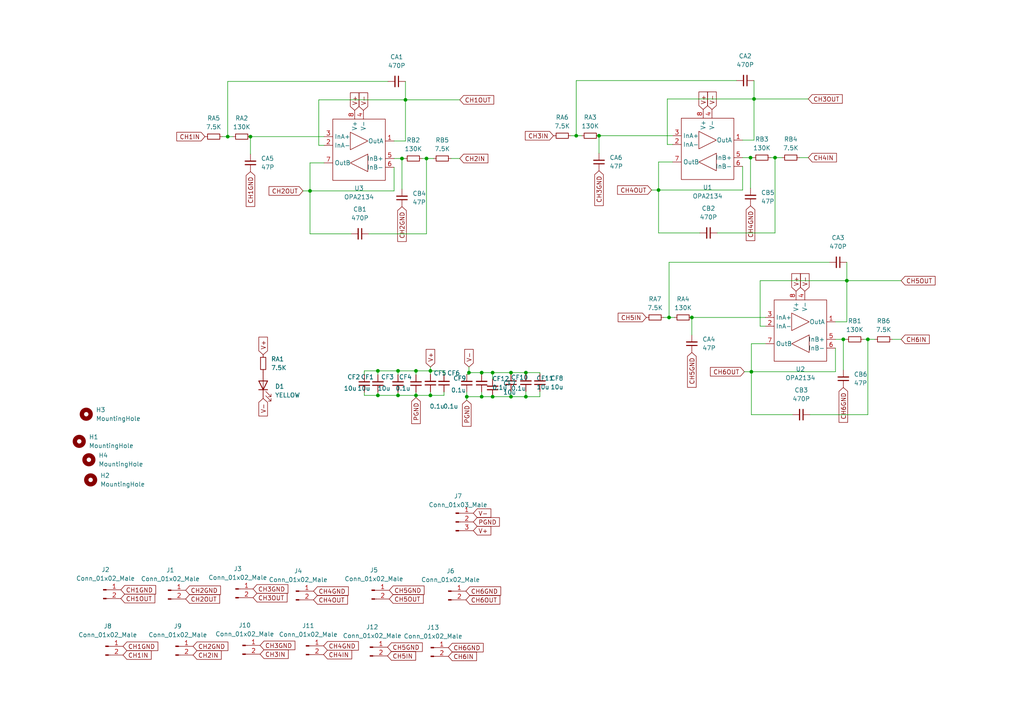
<source format=kicad_sch>
(kicad_sch (version 20230121) (generator eeschema)
  (paper "A4")
  (lib_symbols
    (symbol "Amplifier_Audio:OPA2134"
      (property "Reference" "U" (at 0 -2.54 0))
      (property "Value" "OPA2134" (at 0 0 0))
      (symbol "OPA2134_0_1"
        (rectangle (start -7.62 16.51) (end 7.62 -1.27))
        (polyline (pts (xy -2.54 12.7) (xy -2.54 7.62) (xy 2.54 10.16) (xy -2.54 12.7)))
        (polyline (pts (xy 2.54 6.35) (xy 2.54 1.27) (xy -2.54 3.81) (xy 2.54 6.35)))
      )
      (symbol "OPA2134_1_1"
        (pin output line (at 10.16 10.16 180) (length 2.54) (name "OutA") (number "1"))
        (pin input line (at -10.16 8.89 0) (length 2.54) (name "InA-") (number "2"))
        (pin input line (at -10.16 11.43 0) (length 2.54) (name "InA+") (number "3"))
        (pin input line (at 1.27 19.05 270) (length 2.54) (name "V-") (number "4"))
        (pin input line (at 10.16 5.08 180) (length 2.54) (name "InB+") (number "5"))
        (pin input line (at 10.16 2.54 180) (length 2.54) (name "InB-") (number "6"))
        (pin output line (at -10.16 3.81 0) (length 2.54) (name "OutB") (number "7"))
        (pin input line (at -1.27 19.05 270) (length 2.54) (name "V+") (number "8"))
      )
    )
    (symbol "Connector:Conn_01x02_Male" (pin_names (offset 1.016) hide)
      (property "Reference" "J" (at 0 2.54 0))
      (property "Value" "Conn_01x02_Male" (at 0 -5.08 0))
      (symbol "Conn_01x02_Male_1_1"
        (polyline (pts (xy 1.27 -2.54) (xy 0.8636 -2.54)) (stroke (width 0.1524)))
        (polyline (pts (xy 1.27 0) (xy 0.8636 0)) (stroke (width 0.1524)))
        (rectangle (start 0.8636 -2.413) (end 0 -2.667) (stroke (width 0.1524)) (fill (type outline)))
        (rectangle (start 0.8636 0.127) (end 0 -0.127) (stroke (width 0.1524)) (fill (type outline)))
        (pin passive line (at 5.08 0 180) (length 3.81) (name "Pin_1") (number "1"))
        (pin passive line (at 5.08 -2.54 180) (length 3.81) (name "Pin_2") (number "2"))
      )
    )
    (symbol "Connector:Conn_01x03_Male" (pin_names (offset 1.016) hide)
      (property "Reference" "J" (at 0 5.08 0))
      (property "Value" "Conn_01x03_Male" (at 0 -5.08 0))
      (symbol "Conn_01x03_Male_1_1"
        (polyline (pts (xy 1.27 -2.54) (xy 0.8636 -2.54)) (stroke (width 0.1524)))
        (polyline (pts (xy 1.27 0) (xy 0.8636 0)) (stroke (width 0.1524)))
        (polyline (pts (xy 1.27 2.54) (xy 0.8636 2.54)) (stroke (width 0.1524)))
        (rectangle (start 0.8636 -2.413) (end 0 -2.667) (stroke (width 0.1524)) (fill (type outline)))
        (rectangle (start 0.8636 0.127) (end 0 -0.127) (stroke (width 0.1524)) (fill (type outline)))
        (rectangle (start 0.8636 2.667) (end 0 2.413) (stroke (width 0.1524)) (fill (type outline)))
        (pin passive line (at 5.08 2.54 180) (length 3.81) (name "Pin_1") (number "1"))
        (pin passive line (at 5.08 0 180) (length 3.81) (name "Pin_2") (number "2"))
        (pin passive line (at 5.08 -2.54 180) (length 3.81) (name "Pin_3") (number "3"))
      )
    )
    (symbol "Device:C_Small" (pin_numbers hide) (pin_names (offset 0.254) hide)
      (property "Reference" "C" (at 0.254 1.778 0))
      (property "Value" "C_Small" (at 0.254 -2.032 0))
      (symbol "C_Small_0_1"
        (polyline (pts (xy -1.524 -0.508) (xy 1.524 -0.508)) (stroke (width 0.3302)))
        (polyline (pts (xy -1.524 0.508) (xy 1.524 0.508)) (stroke (width 0.3048)))
      )
      (symbol "C_Small_1_1"
        (pin passive line (at 0 2.54 270) (length 2.032) (name "~") (number "1"))
        (pin passive line (at 0 -2.54 90) (length 2.032) (name "~") (number "2"))
      )
    )
    (symbol "Device:LED" (pin_numbers hide) (pin_names (offset 1.016) hide)
      (property "Reference" "D" (at 0 2.54 0))
      (property "Value" "LED" (at 0 -2.54 0))
      (symbol "LED_0_1"
        (polyline (pts (xy -1.27 -1.27) (xy -1.27 1.27)) (stroke (width 0.254)))
        (polyline (pts (xy -1.27 0) (xy 1.27 0)))
        (polyline (pts (xy 1.27 -1.27) (xy 1.27 1.27) (xy -1.27 0) (xy 1.27 -1.27)) (stroke (width 0.254)))
        (polyline (pts (xy -3.048 -0.762) (xy -4.572 -2.286) (xy -3.81 -2.286) (xy -4.572 -2.286) (xy -4.572 -1.524)))
        (polyline (pts (xy -1.778 -0.762) (xy -3.302 -2.286) (xy -2.54 -2.286) (xy -3.302 -2.286) (xy -3.302 -1.524)))
      )
      (symbol "LED_1_1"
        (pin passive line (at -3.81 0 0) (length 2.54) (name "K") (number "1"))
        (pin passive line (at 3.81 0 180) (length 2.54) (name "A") (number "2"))
      )
    )
    (symbol "Device:R_Small" (pin_numbers hide) (pin_names (offset 0.254) hide)
      (property "Reference" "R" (at 0.762 0.508 0))
      (property "Value" "R_Small" (at 0.762 -1.016 0))
      (symbol "R_Small_0_1"
        (rectangle (start -0.762 1.778) (end 0.762 -1.778) (stroke (width 0.2032)))
      )
      (symbol "R_Small_1_1"
        (pin passive line (at 0 2.54 270) (length 0.762) (name "~") (number "1"))
        (pin passive line (at 0 -2.54 90) (length 0.762) (name "~") (number "2"))
      )
    )
    (symbol "Mechanical:MountingHole" (pin_names (offset 1.016))
      (property "Reference" "H" (at 0 5.08 0))
      (property "Value" "MountingHole" (at 0 3.175 0))
      (symbol "MountingHole_0_1"
        (circle (center 0 0) (radius 1.27) (stroke (width 1.27)))
      )
    )
  )
  (junction (at 139.7 115.062))
  (junction (at 124.841 114.681))
  (junction (at 224.79 45.72))
  (junction (at 72.644 39.624))
  (junction (at 152.527 108.077))
  (junction (at 66.04 39.624))
  (junction (at 194.056 92.075))
  (junction (at 217.932 107.823))
  (junction (at 123.698 45.974))
  (junction (at 217.678 45.72))
  (junction (at 115.443 107.569))
  (junction (at 200.66 92.075))
  (junction (at 245.618 81.407))
  (junction (at 89.916 55.372))
  (junction (at 148.209 108.077))
  (junction (at 109.601 107.569))
  (junction (at 109.601 114.681))
  (junction (at 142.875 115.062))
  (junction (at 173.736 39.37))
  (junction (at 135.382 115.062))
  (junction (at 244.602 98.425))
  (junction (at 136.017 108.077))
  (junction (at 152.527 115.062))
  (junction (at 191.008 55.118))
  (junction (at 124.841 107.569))
  (junction (at 139.7 108.077))
  (junction (at 120.65 107.569))
  (junction (at 116.586 45.974))
  (junction (at 167.132 39.37))
  (junction (at 115.443 114.681))
  (junction (at 142.875 108.077))
  (junction (at 251.714 98.425))
  (junction (at 117.602 28.956))
  (junction (at 120.65 114.681))
  (junction (at 148.209 115.062))
  (junction (at 218.694 28.702))
  (wire (pts (xy 245.618 81.407) (xy 245.618 93.345)))
  (wire (pts (xy 191.008 46.99) (xy 195.072 46.99)))
  (wire (pts (xy 242.316 93.345) (xy 245.618 93.345)))
  (wire (pts (xy 208.026 67.564) (xy 224.79 67.564)))
  (wire (pts (xy 124.841 113.665) (xy 124.841 114.681)))
  (wire (pts (xy 200.66 92.075) (xy 200.66 97.155)))
  (wire (pts (xy 152.527 108.077) (xy 148.209 108.077)))
  (wire (pts (xy 124.841 107.569) (xy 124.841 108.585)))
  (wire (pts (xy 156.591 115.062) (xy 152.527 115.062)))
  (wire (pts (xy 224.79 45.72) (xy 224.79 67.564)))
  (wire (pts (xy 173.736 39.37) (xy 195.072 39.37)))
  (wire (pts (xy 156.591 113.538) (xy 156.591 115.062)))
  (wire (pts (xy 200.66 92.075) (xy 221.996 92.075)))
  (wire (pts (xy 165.608 39.37) (xy 167.132 39.37)))
  (wire (pts (xy 115.443 114.681) (xy 120.65 114.681)))
  (wire (pts (xy 116.586 54.864) (xy 116.586 45.974)))
  (wire (pts (xy 105.664 113.792) (xy 105.664 114.681)))
  (wire (pts (xy 89.916 47.244) (xy 93.98 47.244)))
  (wire (pts (xy 92.456 42.164) (xy 92.456 28.956)))
  (wire (pts (xy 215.392 48.26) (xy 215.392 55.118)))
  (wire (pts (xy 89.916 55.372) (xy 114.3 55.372)))
  (wire (pts (xy 215.392 40.64) (xy 218.694 40.64)))
  (wire (pts (xy 130.81 45.974) (xy 133.35 45.974)))
  (wire (pts (xy 115.443 108.712) (xy 115.443 107.569)))
  (wire (pts (xy 191.008 55.118) (xy 191.008 46.99)))
  (wire (pts (xy 123.698 45.974) (xy 123.698 67.818)))
  (wire (pts (xy 220.472 94.615) (xy 220.472 81.407)))
  (wire (pts (xy 128.778 108.585) (xy 128.778 107.569)))
  (wire (pts (xy 251.714 98.425) (xy 253.746 98.425)))
  (wire (pts (xy 244.602 98.425) (xy 245.364 98.425)))
  (wire (pts (xy 72.644 39.624) (xy 93.98 39.624)))
  (wire (pts (xy 152.527 115.062) (xy 148.209 115.062)))
  (wire (pts (xy 244.602 107.315) (xy 244.602 98.425)))
  (wire (pts (xy 142.875 108.077) (xy 139.7 108.077)))
  (wire (pts (xy 217.932 99.695) (xy 221.996 99.695)))
  (wire (pts (xy 229.87 120.269) (xy 217.932 120.269)))
  (wire (pts (xy 66.04 39.624) (xy 67.564 39.624)))
  (wire (pts (xy 114.3 48.514) (xy 114.3 55.372)))
  (wire (pts (xy 148.209 108.077) (xy 142.875 108.077)))
  (wire (pts (xy 109.601 107.569) (xy 115.443 107.569)))
  (wire (pts (xy 188.976 55.118) (xy 191.008 55.118)))
  (wire (pts (xy 231.902 45.72) (xy 234.442 45.72)))
  (wire (pts (xy 245.618 76.073) (xy 245.618 81.407)))
  (wire (pts (xy 124.841 107.569) (xy 120.65 107.569)))
  (wire (pts (xy 120.65 107.569) (xy 120.65 108.712)))
  (wire (pts (xy 109.601 114.681) (xy 115.443 114.681)))
  (wire (pts (xy 136.017 106.426) (xy 136.017 108.077)))
  (wire (pts (xy 87.884 55.372) (xy 89.916 55.372)))
  (wire (pts (xy 122.428 45.974) (xy 123.698 45.974)))
  (wire (pts (xy 234.95 120.269) (xy 251.714 120.269)))
  (wire (pts (xy 139.7 108.585) (xy 139.7 108.077)))
  (wire (pts (xy 114.3 45.974) (xy 116.586 45.974)))
  (wire (pts (xy 202.946 67.564) (xy 191.008 67.564)))
  (wire (pts (xy 109.601 113.792) (xy 109.601 114.681)))
  (wire (pts (xy 139.7 108.077) (xy 136.017 108.077)))
  (wire (pts (xy 101.854 67.818) (xy 89.916 67.818)))
  (wire (pts (xy 133.35 28.956) (xy 117.602 28.956)))
  (wire (pts (xy 109.601 108.712) (xy 109.601 107.569)))
  (wire (pts (xy 234.442 28.702) (xy 218.694 28.702)))
  (wire (pts (xy 242.316 100.965) (xy 242.316 107.823)))
  (wire (pts (xy 156.591 108.077) (xy 152.527 108.077)))
  (wire (pts (xy 217.932 107.823) (xy 242.316 107.823)))
  (wire (pts (xy 223.52 45.72) (xy 224.79 45.72)))
  (wire (pts (xy 136.017 108.585) (xy 135.382 108.585)))
  (wire (pts (xy 128.778 107.569) (xy 124.841 107.569)))
  (wire (pts (xy 124.841 114.681) (xy 120.65 114.681)))
  (wire (pts (xy 261.366 81.407) (xy 245.618 81.407)))
  (wire (pts (xy 242.316 98.425) (xy 244.602 98.425)))
  (wire (pts (xy 193.548 41.91) (xy 193.548 28.702)))
  (wire (pts (xy 116.586 45.974) (xy 117.348 45.974)))
  (wire (pts (xy 218.694 28.702) (xy 218.694 40.64)))
  (wire (pts (xy 117.602 28.956) (xy 117.602 40.894)))
  (wire (pts (xy 139.7 115.062) (xy 135.382 115.062)))
  (wire (pts (xy 66.04 23.622) (xy 66.04 39.624)))
  (wire (pts (xy 217.932 107.823) (xy 217.932 99.695)))
  (wire (pts (xy 195.072 41.91) (xy 193.548 41.91)))
  (wire (pts (xy 215.9 107.823) (xy 217.932 107.823)))
  (wire (pts (xy 194.056 92.075) (xy 195.58 92.075)))
  (wire (pts (xy 105.664 108.712) (xy 105.664 107.569)))
  (wire (pts (xy 123.698 45.974) (xy 125.73 45.974)))
  (wire (pts (xy 139.7 113.665) (xy 139.7 115.062)))
  (wire (pts (xy 167.132 23.368) (xy 213.614 23.368)))
  (wire (pts (xy 191.008 55.118) (xy 215.392 55.118)))
  (wire (pts (xy 135.382 113.665) (xy 135.382 115.062)))
  (wire (pts (xy 148.209 108.458) (xy 148.209 108.077)))
  (wire (pts (xy 89.916 67.818) (xy 89.916 55.372)))
  (wire (pts (xy 218.694 23.368) (xy 218.694 28.702)))
  (wire (pts (xy 193.548 28.702) (xy 218.694 28.702)))
  (wire (pts (xy 167.132 23.368) (xy 167.132 39.37)))
  (wire (pts (xy 217.678 45.72) (xy 218.44 45.72)))
  (wire (pts (xy 128.778 114.681) (xy 124.841 114.681)))
  (wire (pts (xy 258.826 98.425) (xy 261.366 98.425)))
  (wire (pts (xy 93.98 42.164) (xy 92.456 42.164)))
  (wire (pts (xy 217.932 120.269) (xy 217.932 107.823)))
  (wire (pts (xy 105.664 107.569) (xy 109.601 107.569)))
  (wire (pts (xy 156.591 108.458) (xy 156.591 108.077)))
  (wire (pts (xy 115.443 113.792) (xy 115.443 114.681)))
  (wire (pts (xy 217.678 54.61) (xy 217.678 45.72)))
  (wire (pts (xy 250.444 98.425) (xy 251.714 98.425)))
  (wire (pts (xy 192.532 92.075) (xy 194.056 92.075)))
  (wire (pts (xy 124.841 106.426) (xy 124.841 107.569)))
  (wire (pts (xy 167.132 39.37) (xy 168.656 39.37)))
  (wire (pts (xy 152.527 108.458) (xy 152.527 108.077)))
  (wire (pts (xy 64.516 39.624) (xy 66.04 39.624)))
  (wire (pts (xy 251.714 98.425) (xy 251.714 120.269)))
  (wire (pts (xy 120.65 114.681) (xy 120.65 115.316)))
  (wire (pts (xy 148.209 113.538) (xy 148.209 115.062)))
  (wire (pts (xy 194.056 76.073) (xy 240.538 76.073)))
  (wire (pts (xy 152.527 113.538) (xy 152.527 115.062)))
  (wire (pts (xy 221.996 94.615) (xy 220.472 94.615)))
  (wire (pts (xy 92.456 28.956) (xy 117.602 28.956)))
  (wire (pts (xy 136.017 108.077) (xy 136.017 108.585)))
  (wire (pts (xy 117.602 23.622) (xy 117.602 28.956)))
  (wire (pts (xy 114.3 40.894) (xy 117.602 40.894)))
  (wire (pts (xy 89.916 55.372) (xy 89.916 47.244)))
  (wire (pts (xy 194.056 76.073) (xy 194.056 92.075)))
  (wire (pts (xy 106.934 67.818) (xy 123.698 67.818)))
  (wire (pts (xy 224.79 45.72) (xy 226.822 45.72)))
  (wire (pts (xy 128.778 113.665) (xy 128.778 114.681)))
  (wire (pts (xy 220.472 81.407) (xy 245.618 81.407)))
  (wire (pts (xy 191.008 67.564) (xy 191.008 55.118)))
  (wire (pts (xy 142.875 109.982) (xy 142.875 108.077)))
  (wire (pts (xy 66.04 23.622) (xy 112.522 23.622)))
  (wire (pts (xy 215.392 45.72) (xy 217.678 45.72)))
  (wire (pts (xy 105.664 114.681) (xy 109.601 114.681)))
  (wire (pts (xy 72.644 39.624) (xy 72.644 44.704)))
  (wire (pts (xy 148.209 115.062) (xy 142.875 115.062)))
  (wire (pts (xy 120.65 113.792) (xy 120.65 114.681)))
  (wire (pts (xy 142.875 115.062) (xy 139.7 115.062)))
  (wire (pts (xy 115.443 107.569) (xy 120.65 107.569)))
  (wire (pts (xy 135.382 115.062) (xy 135.382 116.078)))
  (wire (pts (xy 173.736 39.37) (xy 173.736 44.45)))
  (global_label "CH5IN" (shape input) (at 187.452 92.075 180) (property "Intersheetrefs" "${INTERSHEET_REFS}" (effects hide)))
  (global_label "CH3IN" (shape input) (at 160.528 39.37 180) (property "Intersheetrefs" "${INTERSHEET_REFS}" (effects hide)))
  (global_label "CH2GND" (shape input) (at 53.848 171.196 0) (property "Intersheetrefs" "${INTERSHEET_REFS}" (effects hide)))
  (global_label "CH1OUT" (shape input) (at 133.35 28.956 0) (property "Intersheetrefs" "${INTERSHEET_REFS}" (effects hide)))
  (global_label "CH1IN" (shape input) (at 35.687 189.992 0) (property "Intersheetrefs" "${INTERSHEET_REFS}" (effects hide)))
  (global_label "CH1IN" (shape input) (at 59.436 39.624 180) (property "Intersheetrefs" "${INTERSHEET_REFS}" (effects hide)))
  (global_label "CH6IN" (shape input) (at 261.366 98.425 0) (property "Intersheetrefs" "${INTERSHEET_REFS}" (effects hide)))
  (global_label "CH2IN" (shape input) (at 56.007 189.992 0) (property "Intersheetrefs" "${INTERSHEET_REFS}" (effects hide)))
  (global_label "CH2OUT" (shape input) (at 53.848 173.736 0) (property "Intersheetrefs" "${INTERSHEET_REFS}" (effects hide)))
  (global_label "CH6OUT" (shape input) (at 135.128 173.99 0) (property "Intersheetrefs" "${INTERSHEET_REFS}" (effects hide)))
  (global_label "CH4GND" (shape input) (at 93.853 187.325 0) (property "Intersheetrefs" "${INTERSHEET_REFS}" (effects hide)))
  (global_label "CH5OUT" (shape input) (at 112.903 173.736 0) (property "Intersheetrefs" "${INTERSHEET_REFS}" (effects hide)))
  (global_label "V-" (shape input) (at 105.41 32.004 90) (property "Intersheetrefs" "${INTERSHEET_REFS}" (effects hide)))
  (global_label "CH4GND" (shape input) (at 217.678 59.69 270) (property "Intersheetrefs" "${INTERSHEET_REFS}" (effects hide)))
  (global_label "CH2GND" (shape input) (at 116.586 59.944 270) (property "Intersheetrefs" "${INTERSHEET_REFS}" (effects hide)))
  (global_label "CH6GND" (shape input) (at 130.048 187.833 0) (property "Intersheetrefs" "${INTERSHEET_REFS}" (effects hide)))
  (global_label "CH3OUT" (shape input) (at 234.442 28.702 0) (property "Intersheetrefs" "${INTERSHEET_REFS}" (effects hide)))
  (global_label "CH4IN" (shape input) (at 234.442 45.72 0) (property "Intersheetrefs" "${INTERSHEET_REFS}" (effects hide)))
  (global_label "CH5IN" (shape input) (at 112.395 190.246 0) (property "Intersheetrefs" "${INTERSHEET_REFS}" (effects hide)))
  (global_label "PGND" (shape input) (at 120.65 115.316 270) (property "Intersheetrefs" "${INTERSHEET_REFS}" (effects hide)))
  (global_label "CH2GND" (shape input) (at 56.007 187.452 0) (property "Intersheetrefs" "${INTERSHEET_REFS}" (effects hide)))
  (global_label "CH5OUT" (shape input) (at 261.366 81.407 0) (property "Intersheetrefs" "${INTERSHEET_REFS}" (effects hide)))
  (global_label "V-" (shape input) (at 76.327 115.57 270) (property "Intersheetrefs" "${INTERSHEET_REFS}" (effects hide)))
  (global_label "CH3GND" (shape input) (at 75.438 187.198 0) (property "Intersheetrefs" "${INTERSHEET_REFS}" (effects hide)))
  (global_label "CH3GND" (shape input) (at 73.406 170.815 0) (property "Intersheetrefs" "${INTERSHEET_REFS}" (effects hide)))
  (global_label "CH3GND" (shape input) (at 173.736 49.53 270) (property "Intersheetrefs" "${INTERSHEET_REFS}" (effects hide)))
  (global_label "CH4OUT" (shape input) (at 188.976 55.118 180) (property "Intersheetrefs" "${INTERSHEET_REFS}" (effects hide)))
  (global_label "CH6OUT" (shape input) (at 215.9 107.823 180) (property "Intersheetrefs" "${INTERSHEET_REFS}" (effects hide)))
  (global_label "V-" (shape input) (at 136.017 106.426 90) (property "Intersheetrefs" "${INTERSHEET_REFS}" (effects hide)))
  (global_label "CH1GND" (shape input) (at 72.644 49.784 270) (property "Intersheetrefs" "${INTERSHEET_REFS}" (effects hide)))
  (global_label "CH5GND" (shape input) (at 200.66 102.235 270) (property "Intersheetrefs" "${INTERSHEET_REFS}" (effects hide)))
  (global_label "CH6GND" (shape input) (at 244.602 112.395 270) (property "Intersheetrefs" "${INTERSHEET_REFS}" (effects hide)))
  (global_label "CH2IN" (shape input) (at 133.35 45.974 0) (property "Intersheetrefs" "${INTERSHEET_REFS}" (effects hide)))
  (global_label "V+" (shape input) (at 137.287 153.924 0) (property "Intersheetrefs" "${INTERSHEET_REFS}" (effects hide)))
  (global_label "CH5GND" (shape input) (at 112.395 187.706 0) (property "Intersheetrefs" "${INTERSHEET_REFS}" (effects hide)))
  (global_label "CH6IN" (shape input) (at 130.048 190.373 0) (property "Intersheetrefs" "${INTERSHEET_REFS}" (effects hide)))
  (global_label "CH3OUT" (shape input) (at 73.406 173.355 0) (property "Intersheetrefs" "${INTERSHEET_REFS}" (effects hide)))
  (global_label "CH4OUT" (shape input) (at 90.932 173.99 0) (property "Intersheetrefs" "${INTERSHEET_REFS}" (effects hide)))
  (global_label "V-" (shape input) (at 206.502 31.75 90) (property "Intersheetrefs" "${INTERSHEET_REFS}" (effects hide)))
  (global_label "CH5GND" (shape input) (at 112.903 171.196 0) (property "Intersheetrefs" "${INTERSHEET_REFS}" (effects hide)))
  (global_label "CH1GND" (shape input) (at 35.052 171.069 0) (property "Intersheetrefs" "${INTERSHEET_REFS}" (effects hide)))
  (global_label "V+" (shape input) (at 203.962 31.75 90) (property "Intersheetrefs" "${INTERSHEET_REFS}" (effects hide)))
  (global_label "CH1OUT" (shape input) (at 35.052 173.609 0) (property "Intersheetrefs" "${INTERSHEET_REFS}" (effects hide)))
  (global_label "CH2OUT" (shape input) (at 87.884 55.372 180) (property "Intersheetrefs" "${INTERSHEET_REFS}" (effects hide)))
  (global_label "V-" (shape input) (at 233.426 84.455 90) (property "Intersheetrefs" "${INTERSHEET_REFS}" (effects hide)))
  (global_label "V-" (shape input) (at 137.287 148.844 0) (property "Intersheetrefs" "${INTERSHEET_REFS}" (effects hide)))
  (global_label "V+" (shape input) (at 76.327 102.87 90) (property "Intersheetrefs" "${INTERSHEET_REFS}" (effects hide)))
  (global_label "CH4GND" (shape input) (at 90.932 171.45 0) (property "Intersheetrefs" "${INTERSHEET_REFS}" (effects hide)))
  (global_label "PGND" (shape input) (at 135.382 116.078 270) (property "Intersheetrefs" "${INTERSHEET_REFS}" (effects hide)))
  (global_label "CH1GND" (shape input) (at 35.687 187.452 0) (property "Intersheetrefs" "${INTERSHEET_REFS}" (effects hide)))
  (global_label "CH4IN" (shape input) (at 93.853 189.865 0) (property "Intersheetrefs" "${INTERSHEET_REFS}" (effects hide)))
  (global_label "V+" (shape input) (at 230.886 84.455 90) (property "Intersheetrefs" "${INTERSHEET_REFS}" (effects hide)))
  (global_label "V+" (shape input) (at 124.841 106.426 90) (property "Intersheetrefs" "${INTERSHEET_REFS}" (effects hide)))
  (global_label "PGND" (shape input) (at 137.287 151.384 0) (property "Intersheetrefs" "${INTERSHEET_REFS}" (effects hide)))
  (global_label "CH6GND" (shape input) (at 135.128 171.45 0) (property "Intersheetrefs" "${INTERSHEET_REFS}" (effects hide)))
  (global_label "CH3IN" (shape input) (at 75.438 189.738 0) (property "Intersheetrefs" "${INTERSHEET_REFS}" (effects hide)))
  (global_label "V+" (shape input) (at 102.87 32.004 90) (property "Intersheetrefs" "${INTERSHEET_REFS}" (effects hide)))
  (symbol (lib_id "Connector:Conn_01x02_Male") (at 130.048 171.45 0) (unit 1)
    (property "Reference" "J6" (at 130.683 165.608 0))
    (property "Value" "Conn_01x02_Male" (at 130.683 168.148 0))
    (property "Footprint" "Connector_JST:JST_PH_B2B-PH-K_1x02_P2.00mm_Vertical" (effects hide))
  )
  (symbol (lib_id "Connector:Conn_01x02_Male") (at 88.773 187.325 0) (unit 1)
    (property "Reference" "J11" (at 89.408 181.483 0))
    (property "Value" "Conn_01x02_Male" (at 89.408 184.023 0))
    (property "Footprint" "Connector_JST:JST_PH_B2B-PH-K_1x02_P2.00mm_Vertical" (effects hide))
  )
  (symbol (lib_id "Connector:Conn_01x03_Male") (at 132.207 151.384 0) (unit 1)
    (property "Reference" "J7" (at 132.842 143.891 0))
    (property "Value" "Conn_01x03_Male" (at 132.842 146.431 0))
    (property "Footprint" "Connector_JST:JST_PH_B3B-PH-K_1x03_P2.00mm_Vertical" (effects hide))
  )
  (symbol (lib_id "Device:C_Small") (at 216.154 23.368 270) (unit 1)
    (property "Reference" "CA2" (at 216.1476 16.256 90))
    (property "Value" "470P" (at 216.1476 18.796 90))
    (property "Footprint" "Capacitor_SMD:C_1206_3216Metric_Pad1.33x1.80mm_HandSolder" (effects hide))
  )
  (symbol (lib_id "Amplifier_Audio:OPA2134") (at 232.156 103.505 0) (unit 1)
    (property "Reference" "U2" (at 232.156 107.061 0))
    (property "Value" "OPA2134" (at 232.156 109.601 0))
    (property "Footprint" "Package_DIP:DIP-8_W7.62mm_Socket" (effects hide))
  )
  (symbol (lib_id "Mechanical:MountingHole") (at 22.987 128.016 0) (unit 1)
    (property "Reference" "H1" (at 25.781 126.7459 0) (effects (justify left)))
    (property "Value" "MountingHole" (at 25.781 129.2859 0) (effects (justify left)))
    (property "Footprint" "MountingHole:MountingHole_3.2mm_M3" (effects hide))
  )
  (symbol (lib_id "Connector:Conn_01x02_Male") (at 68.326 170.815 0) (unit 1)
    (property "Reference" "J3" (at 68.961 164.973 0))
    (property "Value" "Conn_01x02_Male" (at 68.961 167.513 0))
    (property "Footprint" "Connector_JST:JST_PH_B2B-PH-K_1x02_P2.00mm_Vertical" (effects hide))
  )
  (symbol (lib_id "Device:C_Small") (at 116.586 57.404 180) (unit 1)
    (property "Reference" "CB4" (at 119.634 56.1275 0) (effects (justify right)))
    (property "Value" "47P" (at 119.634 58.6675 0) (effects (justify right)))
    (property "Footprint" "Capacitor_SMD:C_1206_3216Metric_Pad1.33x1.80mm_HandSolder" (effects hide))
  )
  (symbol (lib_id "Connector:Conn_01x02_Male") (at 48.768 171.196 0) (unit 1)
    (property "Reference" "J1" (at 49.403 165.354 0))
    (property "Value" "Conn_01x02_Male" (at 49.403 167.894 0))
    (property "Footprint" "Connector_JST:JST_PH_B2B-PH-K_1x02_P2.00mm_Vertical" (effects hide))
  )
  (symbol (lib_id "Connector:Conn_01x02_Male") (at 29.972 171.069 0) (unit 1)
    (property "Reference" "J2" (at 30.607 165.227 0))
    (property "Value" "Conn_01x02_Male" (at 30.607 167.767 0))
    (property "Footprint" "Connector_JST:JST_PH_B2B-PH-K_1x02_P2.00mm_Vertical" (effects hide))
  )
  (symbol (lib_id "Device:R_Small") (at 198.12 92.075 90) (unit 1)
    (property "Reference" "RA4" (at 198.12 86.741 90))
    (property "Value" "130K" (at 198.12 89.281 90))
    (property "Footprint" "Resistor_SMD:R_1206_3216Metric_Pad1.30x1.75mm_HandSolder" (effects hide))
  )
  (symbol (lib_id "Mechanical:MountingHole") (at 26.289 139.192 0) (unit 1)
    (property "Reference" "H2" (at 29.083 137.9219 0) (effects (justify left)))
    (property "Value" "MountingHole" (at 29.083 140.4619 0) (effects (justify left)))
    (property "Footprint" "MountingHole:MountingHole_3.2mm_M3" (effects hide))
  )
  (symbol (lib_id "Device:R_Small") (at 76.327 105.41 180) (unit 1)
    (property "Reference" "RA1" (at 78.613 104.1399 0) (effects (justify right)))
    (property "Value" "7.5K" (at 78.613 106.6799 0) (effects (justify right)))
    (property "Footprint" "Resistor_SMD:R_0603_1608Metric" (effects hide))
  )
  (symbol (lib_id "Device:C_Small") (at 244.602 109.855 180) (unit 1)
    (property "Reference" "CB6" (at 247.65 108.5785 0) (effects (justify right)))
    (property "Value" "47P" (at 247.65 111.1185 0) (effects (justify right)))
    (property "Footprint" "Capacitor_SMD:C_1206_3216Metric_Pad1.33x1.80mm_HandSolder" (effects hide))
  )
  (symbol (lib_id "Device:LED") (at 76.327 111.76 90) (unit 1)
    (property "Reference" "D1" (at 79.756 112.0774 90) (effects (justify right)))
    (property "Value" "YELLOW" (at 79.756 114.6174 90) (effects (justify right)))
    (property "Footprint" "LED_SMD:LED_0805_2012Metric_Pad1.15x1.40mm_HandSolder" (effects hide))
  )
  (symbol (lib_id "Device:C_Small") (at 109.601 111.252 180) (unit 1)
    (property "Reference" "CF1" (at 104.648 109.347 0) (effects (justify right)))
    (property "Value" "10u" (at 103.632 112.649 0) (effects (justify right)))
    (property "Footprint" "Capacitor_SMD:C_1206_3216Metric_Pad1.33x1.80mm_HandSolder" (effects hide))
  )
  (symbol (lib_id "Device:R_Small") (at 229.362 45.72 90) (unit 1)
    (property "Reference" "RB4" (at 229.362 40.386 90))
    (property "Value" "7.5K" (at 229.362 42.926 90))
    (property "Footprint" "Resistor_SMD:R_1206_3216Metric_Pad1.30x1.75mm_HandSolder" (effects hide))
  )
  (symbol (lib_id "Device:C_Small") (at 105.664 111.252 180) (unit 1)
    (property "Reference" "CF2" (at 100.711 109.347 0) (effects (justify right)))
    (property "Value" "10u" (at 99.695 112.649 0) (effects (justify right)))
    (property "Footprint" "Capacitor_SMD:C_1206_3216Metric_Pad1.33x1.80mm_HandSolder" (effects hide))
  )
  (symbol (lib_id "Device:R_Small") (at 70.104 39.624 90) (unit 1)
    (property "Reference" "RA2" (at 70.104 34.29 90))
    (property "Value" "130K" (at 70.104 36.83 90))
    (property "Footprint" "Resistor_SMD:R_1206_3216Metric_Pad1.30x1.75mm_HandSolder" (effects hide))
  )
  (symbol (lib_id "Connector:Conn_01x02_Male") (at 50.927 187.452 0) (unit 1)
    (property "Reference" "J9" (at 51.562 181.61 0))
    (property "Value" "Conn_01x02_Male" (at 51.562 184.15 0))
    (property "Footprint" "Connector_JST:JST_PH_B2B-PH-K_1x02_P2.00mm_Vertical" (effects hide))
  )
  (symbol (lib_id "Mechanical:MountingHole") (at 25.781 133.35 0) (unit 1)
    (property "Reference" "H4" (at 28.575 132.0799 0) (effects (justify left)))
    (property "Value" "MountingHole" (at 28.575 134.6199 0) (effects (justify left)))
    (property "Footprint" "MountingHole:MountingHole_3.2mm_M3" (effects hide))
  )
  (symbol (lib_id "Device:C_Small") (at 243.078 76.073 270) (unit 1)
    (property "Reference" "CA3" (at 243.0716 68.961 90))
    (property "Value" "470P" (at 243.0716 71.501 90))
    (property "Footprint" "Capacitor_SMD:C_1206_3216Metric_Pad1.33x1.80mm_HandSolder" (effects hide))
  )
  (symbol (lib_id "Mechanical:MountingHole") (at 25.019 120.142 0) (unit 1)
    (property "Reference" "H3" (at 27.813 118.8719 0) (effects (justify left)))
    (property "Value" "MountingHole" (at 27.813 121.4119 0) (effects (justify left)))
    (property "Footprint" "MountingHole:MountingHole_3.2mm_M3" (effects hide))
  )
  (symbol (lib_id "Device:C_Small") (at 72.644 47.244 180) (unit 1)
    (property "Reference" "CA5" (at 75.692 45.9675 0) (effects (justify right)))
    (property "Value" "47P" (at 75.692 48.5075 0) (effects (justify right)))
    (property "Footprint" "Capacitor_SMD:C_1206_3216Metric_Pad1.33x1.80mm_HandSolder" (effects hide))
  )
  (symbol (lib_id "Device:C_Small") (at 205.486 67.564 270) (unit 1)
    (property "Reference" "CB2" (at 205.4796 60.452 90))
    (property "Value" "470P" (at 205.4796 62.992 90))
    (property "Footprint" "Capacitor_SMD:C_1206_3216Metric_Pad1.33x1.80mm_HandSolder" (effects hide))
  )
  (symbol (lib_id "Device:R_Small") (at 247.904 98.425 90) (unit 1)
    (property "Reference" "RB1" (at 247.904 93.091 90))
    (property "Value" "130K" (at 247.904 95.631 90))
    (property "Footprint" "Resistor_SMD:R_1206_3216Metric_Pad1.30x1.75mm_HandSolder" (effects hide))
  )
  (symbol (lib_id "Device:C_Small") (at 217.678 57.15 180) (unit 1)
    (property "Reference" "CB5" (at 220.726 55.8735 0) (effects (justify right)))
    (property "Value" "47P" (at 220.726 58.4135 0) (effects (justify right)))
    (property "Footprint" "Capacitor_SMD:C_1206_3216Metric_Pad1.33x1.80mm_HandSolder" (effects hide))
  )
  (symbol (lib_id "Connector:Conn_01x02_Male") (at 107.315 187.706 0) (unit 1)
    (property "Reference" "J12" (at 107.95 181.864 0))
    (property "Value" "Conn_01x02_Male" (at 107.95 184.404 0))
    (property "Footprint" "Connector_JST:JST_PH_B2B-PH-K_1x02_P2.00mm_Vertical" (effects hide))
  )
  (symbol (lib_id "Device:C_Small") (at 152.527 110.998 180) (unit 1)
    (property "Reference" "CF11" (at 155.575 109.7215 0) (effects (justify right)))
    (property "Value" "10u" (at 155.575 112.2615 0) (effects (justify right)))
    (property "Footprint" "Capacitor_SMD:C_1206_3216Metric_Pad1.33x1.80mm_HandSolder" (effects hide))
  )
  (symbol (lib_id "Device:R_Small") (at 61.976 39.624 90) (unit 1)
    (property "Reference" "RA5" (at 61.976 34.29 90))
    (property "Value" "7.5K" (at 61.976 36.83 90))
    (property "Footprint" "Resistor_SMD:R_1206_3216Metric_Pad1.30x1.75mm_HandSolder" (effects hide))
  )
  (symbol (lib_id "Connector:Conn_01x02_Male") (at 124.968 187.833 0) (unit 1)
    (property "Reference" "J13" (at 125.603 181.991 0))
    (property "Value" "Conn_01x02_Male" (at 125.603 184.531 0))
    (property "Footprint" "Connector_JST:JST_PH_B2B-PH-K_1x02_P2.00mm_Vertical" (effects hide))
  )
  (symbol (lib_id "Device:R_Small") (at 171.196 39.37 90) (unit 1)
    (property "Reference" "RA3" (at 171.196 34.036 90))
    (property "Value" "130K" (at 171.196 36.576 90))
    (property "Footprint" "Resistor_SMD:R_1206_3216Metric_Pad1.30x1.75mm_HandSolder" (effects hide))
  )
  (symbol (lib_id "Device:C_Small") (at 232.41 120.269 270) (unit 1)
    (property "Reference" "CB3" (at 232.4036 113.157 90))
    (property "Value" "470P" (at 232.4036 115.697 90))
    (property "Footprint" "Capacitor_SMD:C_1206_3216Metric_Pad1.33x1.80mm_HandSolder" (effects hide))
  )
  (symbol (lib_id "Connector:Conn_01x02_Male") (at 85.852 171.45 0) (unit 1)
    (property "Reference" "J4" (at 86.487 165.608 0))
    (property "Value" "Conn_01x02_Male" (at 86.487 168.148 0))
    (property "Footprint" "Connector_JST:JST_PH_B2B-PH-K_1x02_P2.00mm_Vertical" (effects hide))
  )
  (symbol (lib_id "Device:C_Small") (at 120.65 111.252 180) (unit 1)
    (property "Reference" "CF4" (at 115.697 109.347 0) (effects (justify right)))
    (property "Value" "0.1u" (at 114.681 112.649 0) (effects (justify right)))
    (property "Footprint" "Capacitor_SMD:C_0805_2012Metric_Pad1.18x1.45mm_HandSolder" (effects hide))
  )
  (symbol (lib_id "Device:C_Small") (at 148.209 110.998 180) (unit 1)
    (property "Reference" "CF10" (at 148.209 109.474 0) (effects (justify right)))
    (property "Value" "0.1u" (at 148.209 112.649 0) (effects (justify right)))
    (property "Footprint" "Capacitor_SMD:C_0805_2012Metric_Pad1.18x1.45mm_HandSolder" (effects hide))
  )
  (symbol (lib_id "Device:C_Small") (at 200.66 99.695 180) (unit 1)
    (property "Reference" "CA4" (at 203.708 98.4185 0) (effects (justify right)))
    (property "Value" "47P" (at 203.708 100.9585 0) (effects (justify right)))
    (property "Footprint" "Capacitor_SMD:C_1206_3216Metric_Pad1.33x1.80mm_HandSolder" (effects hide))
  )
  (symbol (lib_id "Connector:Conn_01x02_Male") (at 70.358 187.198 0) (unit 1)
    (property "Reference" "J10" (at 70.993 181.356 0))
    (property "Value" "Conn_01x02_Male" (at 70.993 183.896 0))
    (property "Footprint" "Connector_JST:JST_PH_B2B-PH-K_1x02_P2.00mm_Vertical" (effects hide))
  )
  (symbol (lib_id "Device:R_Small") (at 128.27 45.974 90) (unit 1)
    (property "Reference" "RB5" (at 128.27 40.64 90))
    (property "Value" "7.5K" (at 128.27 43.18 90))
    (property "Footprint" "Resistor_SMD:R_1206_3216Metric_Pad1.30x1.75mm_HandSolder" (effects hide))
  )
  (symbol (lib_id "Connector:Conn_01x02_Male") (at 107.823 171.196 0) (unit 1)
    (property "Reference" "J5" (at 108.458 165.354 0))
    (property "Value" "Conn_01x02_Male" (at 108.458 167.894 0))
    (property "Footprint" "Connector_JST:JST_PH_B2B-PH-K_1x02_P2.00mm_Vertical" (effects hide))
  )
  (symbol (lib_id "Device:C_Small") (at 128.778 111.125 180) (unit 1)
    (property "Reference" "CF6" (at 129.667 108.204 0) (effects (justify right)))
    (property "Value" "0.1u" (at 128.524 117.856 0) (effects (justify right)))
    (property "Footprint" "Capacitor_SMD:C_0805_2012Metric_Pad1.18x1.45mm_HandSolder" (effects hide))
  )
  (symbol (lib_id "Device:C_Small") (at 156.591 110.998 180) (unit 1)
    (property "Reference" "CF8" (at 159.639 109.7215 0) (effects (justify right)))
    (property "Value" "10u" (at 159.639 112.2615 0) (effects (justify right)))
    (property "Footprint" "Capacitor_SMD:C_1206_3216Metric_Pad1.33x1.80mm_HandSolder" (effects hide))
  )
  (symbol (lib_id "Connector:Conn_01x02_Male") (at 30.607 187.452 0) (unit 1)
    (property "Reference" "J8" (at 31.242 181.61 0))
    (property "Value" "Conn_01x02_Male" (at 31.242 184.15 0))
    (property "Footprint" "Connector_JST:JST_PH_B2B-PH-K_1x02_P2.00mm_Vertical" (effects hide))
  )
  (symbol (lib_id "Device:R_Small") (at 256.286 98.425 90) (unit 1)
    (property "Reference" "RB6" (at 256.286 93.091 90))
    (property "Value" "7.5K" (at 256.286 95.631 90))
    (property "Footprint" "Resistor_SMD:R_1206_3216Metric_Pad1.30x1.75mm_HandSolder" (effects hide))
  )
  (symbol (lib_id "Device:C_Small") (at 115.443 111.252 180) (unit 1)
    (property "Reference" "CF3" (at 110.49 109.347 0) (effects (justify right)))
    (property "Value" "10u" (at 109.474 112.649 0) (effects (justify right)))
    (property "Footprint" "Capacitor_SMD:C_1206_3216Metric_Pad1.33x1.80mm_HandSolder" (effects hide))
  )
  (symbol (lib_id "Device:C_Small") (at 104.394 67.818 270) (unit 1)
    (property "Reference" "CB1" (at 104.3876 60.706 90))
    (property "Value" "470P" (at 104.3876 63.246 90))
    (property "Footprint" "Capacitor_SMD:C_1206_3216Metric_Pad1.33x1.80mm_HandSolder" (effects hide))
  )
  (symbol (lib_id "Device:C_Small") (at 173.736 46.99 180) (unit 1)
    (property "Reference" "CA6" (at 176.784 45.7135 0) (effects (justify right)))
    (property "Value" "47P" (at 176.784 48.2535 0) (effects (justify right)))
    (property "Footprint" "Capacitor_SMD:C_1206_3216Metric_Pad1.33x1.80mm_HandSolder" (effects hide))
  )
  (symbol (lib_id "Device:R_Small") (at 119.888 45.974 90) (unit 1)
    (property "Reference" "RB2" (at 119.888 40.64 90))
    (property "Value" "130K" (at 119.888 43.18 90))
    (property "Footprint" "Resistor_SMD:R_1206_3216Metric_Pad1.30x1.75mm_HandSolder" (effects hide))
  )
  (symbol (lib_id "Device:C_Small") (at 142.875 112.522 180) (unit 1)
    (property "Reference" "CF7" (at 145.923 111.2455 0) (effects (justify right)))
    (property "Value" "10u" (at 145.923 113.7855 0) (effects (justify right)))
    (property "Footprint" "Capacitor_SMD:C_1206_3216Metric_Pad1.33x1.80mm_HandSolder" (effects hide))
  )
  (symbol (lib_id "Device:R_Small") (at 189.992 92.075 90) (unit 1)
    (property "Reference" "RA7" (at 189.992 86.741 90))
    (property "Value" "7.5K" (at 189.992 89.281 90))
    (property "Footprint" "Resistor_SMD:R_1206_3216Metric_Pad1.30x1.75mm_HandSolder" (effects hide))
  )
  (symbol (lib_id "Device:C_Small") (at 139.7 111.125 180) (unit 1)
    (property "Reference" "CF12" (at 142.748 109.8485 0) (effects (justify right)))
    (property "Value" "0.1u" (at 142.748 112.3885 0) (effects (justify right)))
    (property "Footprint" "Capacitor_SMD:C_0805_2012Metric_Pad1.18x1.45mm_HandSolder" (effects hide))
  )
  (symbol (lib_id "Device:C_Small") (at 115.062 23.622 270) (unit 1)
    (property "Reference" "CA1" (at 115.0556 16.51 90))
    (property "Value" "470P" (at 115.0556 19.05 90))
    (property "Footprint" "Capacitor_SMD:C_1206_3216Metric_Pad1.33x1.80mm_HandSolder" (effects hide))
  )
  (symbol (lib_id "Device:R_Small") (at 220.98 45.72 90) (unit 1)
    (property "Reference" "RB3" (at 220.98 40.386 90))
    (property "Value" "130K" (at 220.98 42.926 90))
    (property "Footprint" "Resistor_SMD:R_1206_3216Metric_Pad1.30x1.75mm_HandSolder" (effects hide))
  )
  (symbol (lib_id "Device:C_Small") (at 124.841 111.125 180) (unit 1)
    (property "Reference" "CF5" (at 125.73 108.204 0) (effects (justify right)))
    (property "Value" "0.1u" (at 124.587 117.856 0) (effects (justify right)))
    (property "Footprint" "Capacitor_SMD:C_0805_2012Metric_Pad1.18x1.45mm_HandSolder" (effects hide))
  )
  (symbol (lib_id "Device:C_Small") (at 135.382 111.125 180) (unit 1)
    (property "Reference" "CF9" (at 131.445 109.728 0) (effects (justify right)))
    (property "Value" "0.1u" (at 130.81 113.157 0) (effects (justify right)))
    (property "Footprint" "Capacitor_SMD:C_0805_2012Metric_Pad1.18x1.45mm_HandSolder" (effects hide))
  )
  (symbol (lib_id "Amplifier_Audio:OPA2134") (at 205.232 50.8 0) (unit 1)
    (property "Reference" "U1" (at 205.232 54.356 0))
    (property "Value" "OPA2134" (at 205.232 56.896 0))
    (property "Footprint" "Package_DIP:DIP-8_W7.62mm_Socket" (effects hide))
  )
  (symbol (lib_id "Amplifier_Audio:OPA2134") (at 104.14 51.054 0) (unit 1)
    (property "Reference" "U3" (at 104.14 54.61 0))
    (property "Value" "OPA2134" (at 104.14 57.15 0))
    (property "Footprint" "Package_DIP:DIP-8_W7.62mm_Socket" (effects hide))
  )
  (symbol (lib_id "Device:R_Small") (at 163.068 39.37 90) (unit 1)
    (property "Reference" "RA6" (at 163.068 34.036 90))
    (property "Value" "7.5K" (at 163.068 36.576 90))
    (property "Footprint" "Resistor_SMD:R_1206_3216Metric_Pad1.30x1.75mm_HandSolder" (effects hide))
  )
)
</source>
